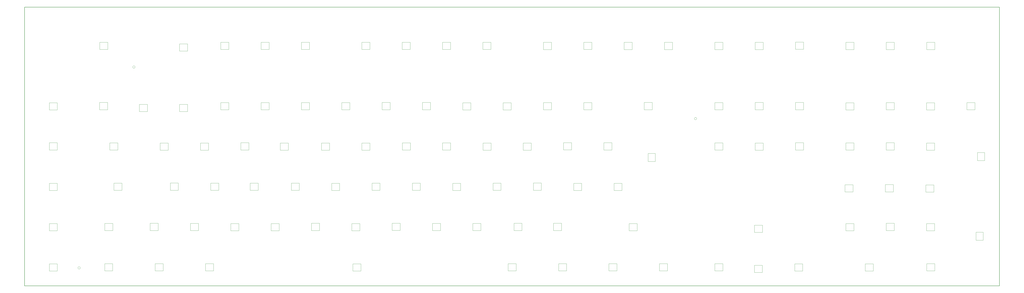
<source format=gbr>
G04 #@! TF.GenerationSoftware,KiCad,Pcbnew,(5.1.9)-1*
G04 #@! TF.CreationDate,2021-04-19T22:21:22+02:00*
G04 #@! TF.ProjectId,keyboard,6b657962-6f61-4726-942e-6b696361645f,rev?*
G04 #@! TF.SameCoordinates,Original*
G04 #@! TF.FileFunction,Profile,NP*
%FSLAX46Y46*%
G04 Gerber Fmt 4.6, Leading zero omitted, Abs format (unit mm)*
G04 Created by KiCad (PCBNEW (5.1.9)-1) date 2021-04-19 22:21:22*
%MOMM*%
%LPD*%
G01*
G04 APERTURE LIST*
G04 #@! TA.AperFunction,Profile*
%ADD10C,0.100000*%
G04 #@! TD*
G04 #@! TA.AperFunction,Profile*
%ADD11C,0.200000*%
G04 #@! TD*
G04 APERTURE END LIST*
D10*
X334876000Y-67775000D02*
G75*
G03*
X334876000Y-67775000I-576000J0D01*
G01*
X69626000Y-43375000D02*
G75*
G03*
X69626000Y-43375000I-576000J0D01*
G01*
X43751000Y-138400000D02*
G75*
G03*
X43751000Y-138400000I-576000J0D01*
G01*
X447233200Y-136398000D02*
X447233200Y-139798000D01*
X443433200Y-136398000D02*
X447233200Y-136398000D01*
X447233200Y-139798000D02*
X443433200Y-139798000D01*
X443433200Y-139798000D02*
X443433200Y-136398000D01*
X418226400Y-136448800D02*
X418226400Y-139848800D01*
X414426400Y-136448800D02*
X418226400Y-136448800D01*
X418226400Y-139848800D02*
X414426400Y-139848800D01*
X414426400Y-139848800D02*
X414426400Y-136448800D01*
X384901600Y-136448800D02*
X384901600Y-139848800D01*
X381101600Y-136448800D02*
X384901600Y-136448800D01*
X384901600Y-139848800D02*
X381101600Y-139848800D01*
X381101600Y-139848800D02*
X381101600Y-136448800D01*
X365851600Y-137160000D02*
X365851600Y-140560000D01*
X362051600Y-137160000D02*
X365851600Y-137160000D01*
X365851600Y-140560000D02*
X362051600Y-140560000D01*
X362051600Y-140560000D02*
X362051600Y-137160000D01*
X347157200Y-136398000D02*
X347157200Y-139798000D01*
X343357200Y-136398000D02*
X347157200Y-136398000D01*
X347157200Y-139798000D02*
X343357200Y-139798000D01*
X343357200Y-139798000D02*
X343357200Y-136398000D01*
X320995200Y-136398000D02*
X320995200Y-139798000D01*
X317195200Y-136398000D02*
X320995200Y-136398000D01*
X320995200Y-139798000D02*
X317195200Y-139798000D01*
X317195200Y-139798000D02*
X317195200Y-136398000D01*
X297170000Y-136398000D02*
X297170000Y-139798000D01*
X293370000Y-136398000D02*
X297170000Y-136398000D01*
X297170000Y-139798000D02*
X293370000Y-139798000D01*
X293370000Y-139798000D02*
X293370000Y-136398000D01*
X273395600Y-136398000D02*
X273395600Y-139798000D01*
X269595600Y-136398000D02*
X273395600Y-136398000D01*
X273395600Y-139798000D02*
X269595600Y-139798000D01*
X269595600Y-139798000D02*
X269595600Y-136398000D01*
X249570400Y-136398000D02*
X249570400Y-139798000D01*
X245770400Y-136398000D02*
X249570400Y-136398000D01*
X249570400Y-139798000D02*
X245770400Y-139798000D01*
X245770400Y-139798000D02*
X245770400Y-136398000D01*
X176266000Y-136448800D02*
X176266000Y-139848800D01*
X172466000Y-136448800D02*
X176266000Y-136448800D01*
X176266000Y-139848800D02*
X172466000Y-139848800D01*
X172466000Y-139848800D02*
X172466000Y-136448800D01*
X106670000Y-136398000D02*
X106670000Y-139798000D01*
X102870000Y-136398000D02*
X106670000Y-136398000D01*
X106670000Y-139798000D02*
X102870000Y-139798000D01*
X102870000Y-139798000D02*
X102870000Y-136398000D01*
X82844800Y-136398000D02*
X82844800Y-139798000D01*
X79044800Y-136398000D02*
X82844800Y-136398000D01*
X82844800Y-139798000D02*
X79044800Y-139798000D01*
X79044800Y-139798000D02*
X79044800Y-136398000D01*
X59019600Y-136398000D02*
X59019600Y-139798000D01*
X55219600Y-136398000D02*
X59019600Y-136398000D01*
X59019600Y-139798000D02*
X55219600Y-139798000D01*
X55219600Y-139798000D02*
X55219600Y-136398000D01*
X32857600Y-136448800D02*
X32857600Y-139848800D01*
X29057600Y-136448800D02*
X32857600Y-136448800D01*
X32857600Y-139848800D02*
X29057600Y-139848800D01*
X29057600Y-139848800D02*
X29057600Y-136448800D01*
X466750400Y-121523600D02*
X470150400Y-121523600D01*
X466750400Y-125323600D02*
X466750400Y-121523600D01*
X470150400Y-121523600D02*
X470150400Y-125323600D01*
X470150400Y-125323600D02*
X466750400Y-125323600D01*
X447182400Y-117398800D02*
X447182400Y-120798800D01*
X443382400Y-117398800D02*
X447182400Y-117398800D01*
X447182400Y-120798800D02*
X443382400Y-120798800D01*
X443382400Y-120798800D02*
X443382400Y-117398800D01*
X428132400Y-117297200D02*
X428132400Y-120697200D01*
X424332400Y-117297200D02*
X428132400Y-117297200D01*
X428132400Y-120697200D02*
X424332400Y-120697200D01*
X424332400Y-120697200D02*
X424332400Y-117297200D01*
X409082400Y-117398800D02*
X409082400Y-120798800D01*
X405282400Y-117398800D02*
X409082400Y-117398800D01*
X409082400Y-120798800D02*
X405282400Y-120798800D01*
X405282400Y-120798800D02*
X405282400Y-117398800D01*
X365902400Y-118160800D02*
X365902400Y-121560800D01*
X362102400Y-118160800D02*
X365902400Y-118160800D01*
X365902400Y-121560800D02*
X362102400Y-121560800D01*
X362102400Y-121560800D02*
X362102400Y-118160800D01*
X302920400Y-117398800D02*
X306720400Y-117398800D01*
X306720400Y-117398800D02*
X306720400Y-120798800D01*
X306720400Y-120798800D02*
X302920400Y-120798800D01*
X302920400Y-120798800D02*
X302920400Y-117398800D01*
X267157200Y-117297200D02*
X270957200Y-117297200D01*
X270957200Y-117297200D02*
X270957200Y-120697200D01*
X270957200Y-120697200D02*
X267157200Y-120697200D01*
X267157200Y-120697200D02*
X267157200Y-117297200D01*
X248513600Y-117297200D02*
X252313600Y-117297200D01*
X252313600Y-117297200D02*
X252313600Y-120697200D01*
X252313600Y-120697200D02*
X248513600Y-120697200D01*
X248513600Y-120697200D02*
X248513600Y-117297200D01*
X229108000Y-117348000D02*
X232908000Y-117348000D01*
X232908000Y-117348000D02*
X232908000Y-120748000D01*
X232908000Y-120748000D02*
X229108000Y-120748000D01*
X229108000Y-120748000D02*
X229108000Y-117348000D01*
X210058000Y-117348000D02*
X213858000Y-117348000D01*
X213858000Y-117348000D02*
X213858000Y-120748000D01*
X213858000Y-120748000D02*
X210058000Y-120748000D01*
X210058000Y-120748000D02*
X210058000Y-117348000D01*
X191008000Y-117246400D02*
X194808000Y-117246400D01*
X194808000Y-117246400D02*
X194808000Y-120646400D01*
X194808000Y-120646400D02*
X191008000Y-120646400D01*
X191008000Y-120646400D02*
X191008000Y-117246400D01*
X171958000Y-117398800D02*
X175758000Y-117398800D01*
X175758000Y-117398800D02*
X175758000Y-120798800D01*
X175758000Y-120798800D02*
X171958000Y-120798800D01*
X171958000Y-120798800D02*
X171958000Y-117398800D01*
X152857200Y-117297200D02*
X156657200Y-117297200D01*
X156657200Y-117297200D02*
X156657200Y-120697200D01*
X156657200Y-120697200D02*
X152857200Y-120697200D01*
X152857200Y-120697200D02*
X152857200Y-117297200D01*
X133807200Y-117398800D02*
X137607200Y-117398800D01*
X137607200Y-117398800D02*
X137607200Y-120798800D01*
X137607200Y-120798800D02*
X133807200Y-120798800D01*
X133807200Y-120798800D02*
X133807200Y-117398800D01*
X114808000Y-117398800D02*
X118608000Y-117398800D01*
X118608000Y-117398800D02*
X118608000Y-120798800D01*
X118608000Y-120798800D02*
X114808000Y-120798800D01*
X114808000Y-120798800D02*
X114808000Y-117398800D01*
X95707200Y-117348000D02*
X99507200Y-117348000D01*
X99507200Y-117348000D02*
X99507200Y-120748000D01*
X99507200Y-120748000D02*
X95707200Y-120748000D01*
X95707200Y-120748000D02*
X95707200Y-117348000D01*
X76708000Y-117297200D02*
X80508000Y-117297200D01*
X80508000Y-117297200D02*
X80508000Y-120697200D01*
X80508000Y-120697200D02*
X76708000Y-120697200D01*
X76708000Y-120697200D02*
X76708000Y-117297200D01*
X55270400Y-117348000D02*
X59070400Y-117348000D01*
X59070400Y-117348000D02*
X59070400Y-120748000D01*
X59070400Y-120748000D02*
X55270400Y-120748000D01*
X55270400Y-120748000D02*
X55270400Y-117348000D01*
X29057600Y-117398800D02*
X32857600Y-117398800D01*
X32857600Y-117398800D02*
X32857600Y-120798800D01*
X32857600Y-120798800D02*
X29057600Y-120798800D01*
X29057600Y-120798800D02*
X29057600Y-117398800D01*
X443026800Y-99110800D02*
X446826800Y-99110800D01*
X446826800Y-99110800D02*
X446826800Y-102510800D01*
X446826800Y-102510800D02*
X443026800Y-102510800D01*
X443026800Y-102510800D02*
X443026800Y-99110800D01*
X423926000Y-99009200D02*
X427726000Y-99009200D01*
X427726000Y-99009200D02*
X427726000Y-102409200D01*
X427726000Y-102409200D02*
X423926000Y-102409200D01*
X423926000Y-102409200D02*
X423926000Y-99009200D01*
X404876000Y-99060000D02*
X408676000Y-99060000D01*
X408676000Y-99060000D02*
X408676000Y-102460000D01*
X408676000Y-102460000D02*
X404876000Y-102460000D01*
X404876000Y-102460000D02*
X404876000Y-99060000D01*
X295757600Y-98348800D02*
X299557600Y-98348800D01*
X299557600Y-98348800D02*
X299557600Y-101748800D01*
X299557600Y-101748800D02*
X295757600Y-101748800D01*
X295757600Y-101748800D02*
X295757600Y-98348800D01*
X276707600Y-98348800D02*
X280507600Y-98348800D01*
X280507600Y-98348800D02*
X280507600Y-101748800D01*
X280507600Y-101748800D02*
X276707600Y-101748800D01*
X276707600Y-101748800D02*
X276707600Y-98348800D01*
X257657600Y-98247200D02*
X261457600Y-98247200D01*
X261457600Y-98247200D02*
X261457600Y-101647200D01*
X261457600Y-101647200D02*
X257657600Y-101647200D01*
X257657600Y-101647200D02*
X257657600Y-98247200D01*
X238607600Y-98298000D02*
X242407600Y-98298000D01*
X242407600Y-98298000D02*
X242407600Y-101698000D01*
X242407600Y-101698000D02*
X238607600Y-101698000D01*
X238607600Y-101698000D02*
X238607600Y-98298000D01*
X219557600Y-98348800D02*
X223357600Y-98348800D01*
X223357600Y-98348800D02*
X223357600Y-101748800D01*
X223357600Y-101748800D02*
X219557600Y-101748800D01*
X219557600Y-101748800D02*
X219557600Y-98348800D01*
X200507600Y-98298000D02*
X204307600Y-98298000D01*
X204307600Y-98298000D02*
X204307600Y-101698000D01*
X204307600Y-101698000D02*
X200507600Y-101698000D01*
X200507600Y-101698000D02*
X200507600Y-98298000D01*
X181457600Y-98298000D02*
X185257600Y-98298000D01*
X185257600Y-98298000D02*
X185257600Y-101698000D01*
X185257600Y-101698000D02*
X181457600Y-101698000D01*
X181457600Y-101698000D02*
X181457600Y-98298000D01*
X162407600Y-98348800D02*
X166207600Y-98348800D01*
X166207600Y-98348800D02*
X166207600Y-101748800D01*
X166207600Y-101748800D02*
X162407600Y-101748800D01*
X162407600Y-101748800D02*
X162407600Y-98348800D01*
X143357600Y-98298000D02*
X147157600Y-98298000D01*
X147157600Y-98298000D02*
X147157600Y-101698000D01*
X147157600Y-101698000D02*
X143357600Y-101698000D01*
X143357600Y-101698000D02*
X143357600Y-98298000D01*
X123901200Y-98298000D02*
X127701200Y-98298000D01*
X127701200Y-98298000D02*
X127701200Y-101698000D01*
X127701200Y-101698000D02*
X123901200Y-101698000D01*
X123901200Y-101698000D02*
X123901200Y-98298000D01*
X105308400Y-98298000D02*
X109108400Y-98298000D01*
X109108400Y-98298000D02*
X109108400Y-101698000D01*
X109108400Y-101698000D02*
X105308400Y-101698000D01*
X105308400Y-101698000D02*
X105308400Y-98298000D01*
X86207600Y-98247200D02*
X90007600Y-98247200D01*
X90007600Y-98247200D02*
X90007600Y-101647200D01*
X90007600Y-101647200D02*
X86207600Y-101647200D01*
X86207600Y-101647200D02*
X86207600Y-98247200D01*
X59588400Y-98298000D02*
X63388400Y-98298000D01*
X63388400Y-98298000D02*
X63388400Y-101698000D01*
X63388400Y-101698000D02*
X59588400Y-101698000D01*
X59588400Y-101698000D02*
X59588400Y-98298000D01*
X29057600Y-98348800D02*
X32857600Y-98348800D01*
X32857600Y-98348800D02*
X32857600Y-101748800D01*
X32857600Y-101748800D02*
X29057600Y-101748800D01*
X29057600Y-101748800D02*
X29057600Y-98348800D01*
X467410800Y-87630000D02*
X467410800Y-83830000D01*
X467410800Y-83830000D02*
X470810800Y-83830000D01*
X470810800Y-83830000D02*
X470810800Y-87630000D01*
X470810800Y-87630000D02*
X467410800Y-87630000D01*
X443382400Y-79298800D02*
X447182400Y-79298800D01*
X447182400Y-79298800D02*
X447182400Y-82698800D01*
X447182400Y-82698800D02*
X443382400Y-82698800D01*
X443382400Y-82698800D02*
X443382400Y-79298800D01*
X424332400Y-79197200D02*
X428132400Y-79197200D01*
X428132400Y-79197200D02*
X428132400Y-82597200D01*
X428132400Y-82597200D02*
X424332400Y-82597200D01*
X424332400Y-82597200D02*
X424332400Y-79197200D01*
X405282400Y-79248000D02*
X409082400Y-79248000D01*
X409082400Y-79248000D02*
X409082400Y-82648000D01*
X409082400Y-82648000D02*
X405282400Y-82648000D01*
X405282400Y-82648000D02*
X405282400Y-79248000D01*
X381508000Y-79197200D02*
X385308000Y-79197200D01*
X385308000Y-79197200D02*
X385308000Y-82597200D01*
X385308000Y-82597200D02*
X381508000Y-82597200D01*
X381508000Y-82597200D02*
X381508000Y-79197200D01*
X362407200Y-79298800D02*
X366207200Y-79298800D01*
X366207200Y-79298800D02*
X366207200Y-82698800D01*
X366207200Y-82698800D02*
X362407200Y-82698800D01*
X362407200Y-82698800D02*
X362407200Y-79298800D01*
X343357200Y-79248000D02*
X347157200Y-79248000D01*
X347157200Y-79248000D02*
X347157200Y-82648000D01*
X347157200Y-82648000D02*
X343357200Y-82648000D01*
X343357200Y-82648000D02*
X343357200Y-79248000D01*
X311861200Y-88036400D02*
X311861200Y-84236400D01*
X311861200Y-84236400D02*
X315261200Y-84236400D01*
X315261200Y-84236400D02*
X315261200Y-88036400D01*
X315261200Y-88036400D02*
X311861200Y-88036400D01*
X290982400Y-79197200D02*
X294782400Y-79197200D01*
X294782400Y-79197200D02*
X294782400Y-82597200D01*
X294782400Y-82597200D02*
X290982400Y-82597200D01*
X290982400Y-82597200D02*
X290982400Y-79197200D01*
X271932400Y-79146400D02*
X275732400Y-79146400D01*
X275732400Y-79146400D02*
X275732400Y-82546400D01*
X275732400Y-82546400D02*
X271932400Y-82546400D01*
X271932400Y-82546400D02*
X271932400Y-79146400D01*
X252882400Y-79298800D02*
X256682400Y-79298800D01*
X256682400Y-79298800D02*
X256682400Y-82698800D01*
X256682400Y-82698800D02*
X252882400Y-82698800D01*
X252882400Y-82698800D02*
X252882400Y-79298800D01*
X233883200Y-79298800D02*
X237683200Y-79298800D01*
X237683200Y-79298800D02*
X237683200Y-82698800D01*
X237683200Y-82698800D02*
X233883200Y-82698800D01*
X233883200Y-82698800D02*
X233883200Y-79298800D01*
X214782400Y-79248000D02*
X218582400Y-79248000D01*
X218582400Y-79248000D02*
X218582400Y-82648000D01*
X218582400Y-82648000D02*
X214782400Y-82648000D01*
X214782400Y-82648000D02*
X214782400Y-79248000D01*
X195783200Y-79248000D02*
X199583200Y-79248000D01*
X199583200Y-79248000D02*
X199583200Y-82648000D01*
X199583200Y-82648000D02*
X195783200Y-82648000D01*
X195783200Y-82648000D02*
X195783200Y-79248000D01*
X176682400Y-79298800D02*
X180482400Y-79298800D01*
X180482400Y-79298800D02*
X180482400Y-82698800D01*
X180482400Y-82698800D02*
X176682400Y-82698800D01*
X176682400Y-82698800D02*
X176682400Y-79298800D01*
X157632400Y-79298800D02*
X161432400Y-79298800D01*
X161432400Y-79298800D02*
X161432400Y-82698800D01*
X161432400Y-82698800D02*
X157632400Y-82698800D01*
X157632400Y-82698800D02*
X157632400Y-79298800D01*
X138176000Y-79298800D02*
X141976000Y-79298800D01*
X141976000Y-79298800D02*
X141976000Y-82698800D01*
X141976000Y-82698800D02*
X138176000Y-82698800D01*
X138176000Y-82698800D02*
X138176000Y-79298800D01*
X119532400Y-79197200D02*
X123332400Y-79197200D01*
X123332400Y-79197200D02*
X123332400Y-82597200D01*
X123332400Y-82597200D02*
X119532400Y-82597200D01*
X119532400Y-82597200D02*
X119532400Y-79197200D01*
X100482400Y-79298800D02*
X104282400Y-79298800D01*
X104282400Y-79298800D02*
X104282400Y-82698800D01*
X104282400Y-82698800D02*
X100482400Y-82698800D01*
X100482400Y-82698800D02*
X100482400Y-79298800D01*
X81432400Y-79298800D02*
X85232400Y-79298800D01*
X85232400Y-79298800D02*
X85232400Y-82698800D01*
X85232400Y-82698800D02*
X81432400Y-82698800D01*
X81432400Y-82698800D02*
X81432400Y-79298800D01*
X57658000Y-79248000D02*
X61458000Y-79248000D01*
X61458000Y-79248000D02*
X61458000Y-82648000D01*
X61458000Y-82648000D02*
X57658000Y-82648000D01*
X57658000Y-82648000D02*
X57658000Y-79248000D01*
X29057600Y-79197200D02*
X32857600Y-79197200D01*
X32857600Y-79197200D02*
X32857600Y-82597200D01*
X32857600Y-82597200D02*
X29057600Y-82597200D01*
X29057600Y-82597200D02*
X29057600Y-79197200D01*
X462432400Y-60198000D02*
X466232400Y-60198000D01*
X466232400Y-60198000D02*
X466232400Y-63598000D01*
X466232400Y-63598000D02*
X462432400Y-63598000D01*
X462432400Y-63598000D02*
X462432400Y-60198000D01*
X443382400Y-60248800D02*
X447182400Y-60248800D01*
X447182400Y-60248800D02*
X447182400Y-63648800D01*
X447182400Y-63648800D02*
X443382400Y-63648800D01*
X443382400Y-63648800D02*
X443382400Y-60248800D01*
X424332400Y-60198000D02*
X428132400Y-60198000D01*
X428132400Y-60198000D02*
X428132400Y-63598000D01*
X428132400Y-63598000D02*
X424332400Y-63598000D01*
X424332400Y-63598000D02*
X424332400Y-60198000D01*
X405282400Y-60248800D02*
X409082400Y-60248800D01*
X409082400Y-60248800D02*
X409082400Y-63648800D01*
X409082400Y-63648800D02*
X405282400Y-63648800D01*
X405282400Y-63648800D02*
X405282400Y-60248800D01*
X381508000Y-60147200D02*
X385308000Y-60147200D01*
X385308000Y-60147200D02*
X385308000Y-63547200D01*
X385308000Y-63547200D02*
X381508000Y-63547200D01*
X381508000Y-63547200D02*
X381508000Y-60147200D01*
X362407200Y-60147200D02*
X366207200Y-60147200D01*
X366207200Y-60147200D02*
X366207200Y-63547200D01*
X366207200Y-63547200D02*
X362407200Y-63547200D01*
X362407200Y-63547200D02*
X362407200Y-60147200D01*
X343408000Y-60198000D02*
X347208000Y-60198000D01*
X347208000Y-60198000D02*
X347208000Y-63598000D01*
X347208000Y-63598000D02*
X343408000Y-63598000D01*
X343408000Y-63598000D02*
X343408000Y-60198000D01*
X310032400Y-60147200D02*
X313832400Y-60147200D01*
X313832400Y-60147200D02*
X313832400Y-63547200D01*
X313832400Y-63547200D02*
X310032400Y-63547200D01*
X310032400Y-63547200D02*
X310032400Y-60147200D01*
X281482800Y-60198000D02*
X285282800Y-60198000D01*
X285282800Y-60198000D02*
X285282800Y-63598000D01*
X285282800Y-63598000D02*
X281482800Y-63598000D01*
X281482800Y-63598000D02*
X281482800Y-60198000D01*
X262432800Y-60198000D02*
X266232800Y-60198000D01*
X266232800Y-60198000D02*
X266232800Y-63598000D01*
X266232800Y-63598000D02*
X262432800Y-63598000D01*
X262432800Y-63598000D02*
X262432800Y-60198000D01*
X243382800Y-60248800D02*
X247182800Y-60248800D01*
X247182800Y-60248800D02*
X247182800Y-63648800D01*
X247182800Y-63648800D02*
X243382800Y-63648800D01*
X243382800Y-63648800D02*
X243382800Y-60248800D01*
X224332800Y-60248800D02*
X228132800Y-60248800D01*
X228132800Y-60248800D02*
X228132800Y-63648800D01*
X228132800Y-63648800D02*
X224332800Y-63648800D01*
X224332800Y-63648800D02*
X224332800Y-60248800D01*
X148132800Y-31648400D02*
X151932800Y-31648400D01*
X151932800Y-31648400D02*
X151932800Y-35048400D01*
X151932800Y-35048400D02*
X148132800Y-35048400D01*
X148132800Y-35048400D02*
X148132800Y-31648400D01*
X205282800Y-60147200D02*
X209082800Y-60147200D01*
X209082800Y-60147200D02*
X209082800Y-63547200D01*
X209082800Y-63547200D02*
X205282800Y-63547200D01*
X205282800Y-63547200D02*
X205282800Y-60147200D01*
X186232800Y-60147200D02*
X190032800Y-60147200D01*
X190032800Y-60147200D02*
X190032800Y-63547200D01*
X190032800Y-63547200D02*
X186232800Y-63547200D01*
X186232800Y-63547200D02*
X186232800Y-60147200D01*
X167182800Y-60198000D02*
X170982800Y-60198000D01*
X170982800Y-60198000D02*
X170982800Y-63598000D01*
X170982800Y-63598000D02*
X167182800Y-63598000D01*
X167182800Y-63598000D02*
X167182800Y-60198000D01*
X148132800Y-60198000D02*
X151932800Y-60198000D01*
X151932800Y-60198000D02*
X151932800Y-63598000D01*
X151932800Y-63598000D02*
X148132800Y-63598000D01*
X148132800Y-63598000D02*
X148132800Y-60198000D01*
X129082800Y-60198000D02*
X132882800Y-60198000D01*
X132882800Y-60198000D02*
X132882800Y-63598000D01*
X132882800Y-63598000D02*
X129082800Y-63598000D01*
X129082800Y-63598000D02*
X129082800Y-60198000D01*
X110032800Y-60198000D02*
X113832800Y-60198000D01*
X113832800Y-60198000D02*
X113832800Y-63598000D01*
X113832800Y-63598000D02*
X110032800Y-63598000D01*
X110032800Y-63598000D02*
X110032800Y-60198000D01*
X90576400Y-61010800D02*
X94376400Y-61010800D01*
X94376400Y-61010800D02*
X94376400Y-64410800D01*
X94376400Y-64410800D02*
X90576400Y-64410800D01*
X90576400Y-64410800D02*
X90576400Y-61010800D01*
X71577200Y-61010800D02*
X75377200Y-61010800D01*
X75377200Y-61010800D02*
X75377200Y-64410800D01*
X75377200Y-64410800D02*
X71577200Y-64410800D01*
X71577200Y-64410800D02*
X71577200Y-61010800D01*
X52832000Y-60147200D02*
X56632000Y-60147200D01*
X56632000Y-60147200D02*
X56632000Y-63547200D01*
X56632000Y-63547200D02*
X52832000Y-63547200D01*
X52832000Y-63547200D02*
X52832000Y-60147200D01*
X29057600Y-60299600D02*
X32857600Y-60299600D01*
X32857600Y-60299600D02*
X32857600Y-63699600D01*
X32857600Y-63699600D02*
X29057600Y-63699600D01*
X29057600Y-63699600D02*
X29057600Y-60299600D01*
X443433200Y-31699200D02*
X447233200Y-31699200D01*
X447233200Y-31699200D02*
X447233200Y-35099200D01*
X447233200Y-35099200D02*
X443433200Y-35099200D01*
X443433200Y-35099200D02*
X443433200Y-31699200D01*
X424332400Y-31699200D02*
X428132400Y-31699200D01*
X428132400Y-31699200D02*
X428132400Y-35099200D01*
X428132400Y-35099200D02*
X424332400Y-35099200D01*
X424332400Y-35099200D02*
X424332400Y-31699200D01*
X405282400Y-31699200D02*
X409082400Y-31699200D01*
X409082400Y-31699200D02*
X409082400Y-35099200D01*
X409082400Y-35099200D02*
X405282400Y-35099200D01*
X405282400Y-35099200D02*
X405282400Y-31699200D01*
X381508000Y-31597600D02*
X385308000Y-31597600D01*
X385308000Y-31597600D02*
X385308000Y-34997600D01*
X385308000Y-34997600D02*
X381508000Y-34997600D01*
X381508000Y-34997600D02*
X381508000Y-31597600D01*
X362458000Y-31699200D02*
X366258000Y-31699200D01*
X366258000Y-31699200D02*
X366258000Y-35099200D01*
X366258000Y-35099200D02*
X362458000Y-35099200D01*
X362458000Y-35099200D02*
X362458000Y-31699200D01*
X343408000Y-31699200D02*
X347208000Y-31699200D01*
X347208000Y-31699200D02*
X347208000Y-35099200D01*
X347208000Y-35099200D02*
X343408000Y-35099200D01*
X343408000Y-35099200D02*
X343408000Y-31699200D01*
X319582800Y-31699200D02*
X323382800Y-31699200D01*
X323382800Y-31699200D02*
X323382800Y-35099200D01*
X323382800Y-35099200D02*
X319582800Y-35099200D01*
X319582800Y-35099200D02*
X319582800Y-31699200D01*
X300532800Y-31699200D02*
X304332800Y-31699200D01*
X304332800Y-31699200D02*
X304332800Y-35099200D01*
X304332800Y-35099200D02*
X300532800Y-35099200D01*
X300532800Y-35099200D02*
X300532800Y-31699200D01*
X281482800Y-31648400D02*
X285282800Y-31648400D01*
X285282800Y-31648400D02*
X285282800Y-35048400D01*
X285282800Y-35048400D02*
X281482800Y-35048400D01*
X281482800Y-35048400D02*
X281482800Y-31648400D01*
X262432800Y-31699200D02*
X266232800Y-31699200D01*
X266232800Y-31699200D02*
X266232800Y-35099200D01*
X266232800Y-35099200D02*
X262432800Y-35099200D01*
X262432800Y-35099200D02*
X262432800Y-31699200D01*
X233832400Y-31648400D02*
X237632400Y-31648400D01*
X237632400Y-31648400D02*
X237632400Y-35048400D01*
X237632400Y-35048400D02*
X233832400Y-35048400D01*
X233832400Y-35048400D02*
X233832400Y-31648400D01*
X214782400Y-31648400D02*
X218582400Y-31648400D01*
X218582400Y-31648400D02*
X218582400Y-35048400D01*
X218582400Y-35048400D02*
X214782400Y-35048400D01*
X214782400Y-35048400D02*
X214782400Y-31648400D01*
X195732400Y-31648400D02*
X199532400Y-31648400D01*
X199532400Y-31648400D02*
X199532400Y-35048400D01*
X199532400Y-35048400D02*
X195732400Y-35048400D01*
X195732400Y-35048400D02*
X195732400Y-31648400D01*
X176682400Y-31648400D02*
X180482400Y-31648400D01*
X180482400Y-31648400D02*
X180482400Y-35048400D01*
X180482400Y-35048400D02*
X176682400Y-35048400D01*
X176682400Y-35048400D02*
X176682400Y-31648400D01*
X52882800Y-31648400D02*
X56682800Y-31648400D01*
X56682800Y-31648400D02*
X56682800Y-35048400D01*
X56682800Y-35048400D02*
X52882800Y-35048400D01*
X52882800Y-35048400D02*
X52882800Y-31648400D01*
X129069518Y-31677581D02*
X132869518Y-31677581D01*
X132869518Y-31677581D02*
X132869518Y-35077581D01*
X132869518Y-35077581D02*
X129069518Y-35077581D01*
X129069518Y-35077581D02*
X129069518Y-31677581D01*
X110015482Y-31683723D02*
X113815482Y-31683723D01*
X113815482Y-31683723D02*
X113815482Y-35083723D01*
X113815482Y-35083723D02*
X110015482Y-35083723D01*
X110015482Y-35083723D02*
X110015482Y-31683723D01*
X90600000Y-35800000D02*
X90600000Y-32400000D01*
X94400000Y-35800000D02*
X90600000Y-35800000D01*
X94400000Y-32400000D02*
X94400000Y-35800000D01*
X90600000Y-32400000D02*
X94400000Y-32400000D01*
D11*
X17431250Y-15050000D02*
X477868750Y-15050000D01*
X477868750Y-146875000D02*
X477868750Y-15050000D01*
X477868750Y-146875000D02*
X17431250Y-146875000D01*
X17431250Y-146875000D02*
X17431250Y-15050000D01*
X17431250Y-15050000D02*
G75*
G02*
X17431250Y-15050000I0J0D01*
G01*
X477868750Y-15050000D02*
G75*
G03*
X477868750Y-15050000I0J0D01*
G01*
X477868750Y-146875000D02*
G75*
G02*
X477868750Y-146875000I0J0D01*
G01*
X17431250Y-146875000D02*
G75*
G03*
X17431250Y-146875000I0J0D01*
G01*
M02*

</source>
